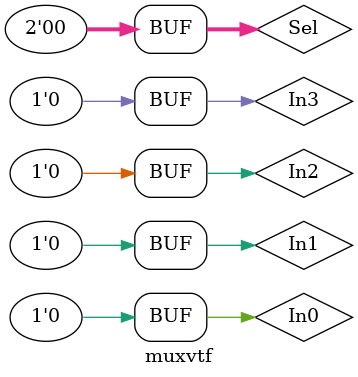
<source format=v>
`timescale 1ns / 1ps

module muxvtf;

	// Inputs
	reg In0;
	reg In1;
	reg In2;
	reg In3;
	reg [1:0] Sel;

	// Outputs
	wire Out;

	// Instantiate the Unit Under Test (UUT)
	mux uut (
		.In0(In0), 
		.In1(In1), 
		.In2(In2), 
		.In3(In3), 
		.Sel(Sel), 
		.Out(Out)
	);

	initial begin
		// Initialize Inputs
		In0 = 0;
		In1 = 0;
		In2 = 0;
		In3 = 0;
		Sel = 0;

		// Wait 100 ns for global reset to finish
		#100;
        
		// Add stimulus here
		//Checking "walking 1"
		#100 Sel = 0; In0 = 1; //We need to tell only changes
		#100 Sel = 1; In0 = 0; In1 =1;
		#100 Sel = 2; In1 = 0; In2 =1;
		#100 Sel = 3; In2 = 0; In3 =1;
		// Checking "walking 0"
		#100 Sel = 0; In0 = 0; In1 = 1; In2 = 1;//In3 is already 1,only In0 be 0
		#100 Sel = 1; In0 = 1; In1 = 0;	//In2 is already 1, Only In1 to be 0
		#100 Sel = 2; In1 = 1; In2 = 0;	//In0 is already 1, Only In2 to be 0
		#100 Sel = 3; In2 = 1; In3 = 0;	//Only In3 to be 0
		//Let us zero everyone
		#100 Sel = 0; In0 = 0; In1 = 0; In2 = 0; 	//In3 is already 0
	end
      
endmodule


</source>
